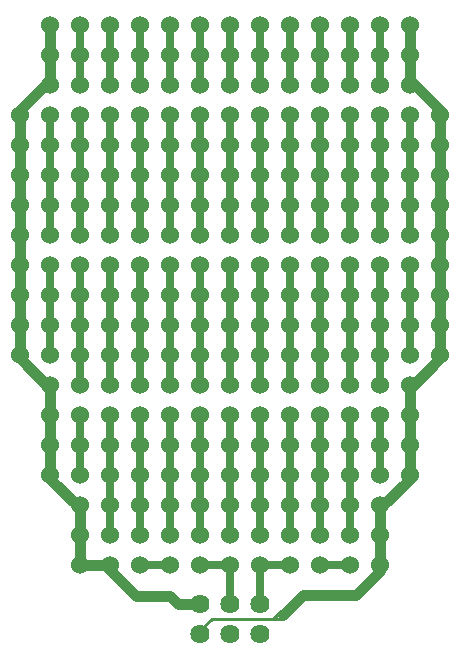
<source format=gbl>
G04*
G04 #@! TF.GenerationSoftware,Altium Limited,CircuitStudio,1.5.2 (30)*
G04*
G04 Layer_Physical_Order=2*
G04 Layer_Color=51200*
%FSLAX25Y25*%
%MOIN*%
G70*
G01*
G75*
%ADD10C,0.01000*%
%ADD11C,0.01200*%
%ADD12C,0.06000*%
%ADD13C,0.06400*%
%ADD14C,0.03600*%
%ADD15C,0.02600*%
D10*
X769000Y632000D02*
X792800D01*
X764500Y627500D02*
X769000Y632000D01*
D11*
X790050Y632150D02*
X792100Y634300D01*
D12*
X775000Y650000D02*
D03*
Y660000D02*
D03*
Y670000D02*
D03*
Y680000D02*
D03*
Y690000D02*
D03*
Y700000D02*
D03*
Y710000D02*
D03*
Y720000D02*
D03*
Y730000D02*
D03*
Y740000D02*
D03*
Y750000D02*
D03*
Y760000D02*
D03*
Y770000D02*
D03*
Y780000D02*
D03*
Y790000D02*
D03*
Y800000D02*
D03*
Y810000D02*
D03*
Y820000D02*
D03*
Y830000D02*
D03*
X765000D02*
D03*
Y820000D02*
D03*
Y810000D02*
D03*
Y800000D02*
D03*
Y790000D02*
D03*
Y780000D02*
D03*
Y770000D02*
D03*
Y760000D02*
D03*
Y750000D02*
D03*
Y740000D02*
D03*
Y730000D02*
D03*
Y720000D02*
D03*
Y710000D02*
D03*
Y700000D02*
D03*
Y690000D02*
D03*
Y680000D02*
D03*
Y670000D02*
D03*
Y660000D02*
D03*
Y650000D02*
D03*
X755000Y830000D02*
D03*
Y820000D02*
D03*
Y810000D02*
D03*
Y800000D02*
D03*
Y790000D02*
D03*
Y780000D02*
D03*
Y770000D02*
D03*
Y760000D02*
D03*
Y750000D02*
D03*
Y740000D02*
D03*
Y730000D02*
D03*
Y720000D02*
D03*
Y710000D02*
D03*
Y700000D02*
D03*
Y690000D02*
D03*
Y680000D02*
D03*
Y670000D02*
D03*
Y660000D02*
D03*
Y650000D02*
D03*
X745000Y830000D02*
D03*
Y820000D02*
D03*
Y810000D02*
D03*
Y800000D02*
D03*
Y790000D02*
D03*
Y780000D02*
D03*
Y770000D02*
D03*
Y760000D02*
D03*
Y750000D02*
D03*
Y740000D02*
D03*
Y730000D02*
D03*
Y720000D02*
D03*
Y710000D02*
D03*
Y700000D02*
D03*
Y690000D02*
D03*
Y680000D02*
D03*
Y670000D02*
D03*
Y660000D02*
D03*
Y650000D02*
D03*
X735000Y830000D02*
D03*
Y820000D02*
D03*
Y810000D02*
D03*
Y800000D02*
D03*
Y790000D02*
D03*
Y780000D02*
D03*
Y770000D02*
D03*
Y760000D02*
D03*
Y750000D02*
D03*
Y740000D02*
D03*
Y730000D02*
D03*
Y720000D02*
D03*
Y710000D02*
D03*
Y700000D02*
D03*
Y690000D02*
D03*
Y680000D02*
D03*
Y670000D02*
D03*
Y660000D02*
D03*
Y650000D02*
D03*
X725000Y830000D02*
D03*
Y820000D02*
D03*
Y810000D02*
D03*
Y800000D02*
D03*
Y790000D02*
D03*
Y780000D02*
D03*
Y770000D02*
D03*
Y760000D02*
D03*
Y750000D02*
D03*
Y740000D02*
D03*
Y730000D02*
D03*
Y720000D02*
D03*
Y710000D02*
D03*
Y700000D02*
D03*
Y690000D02*
D03*
Y680000D02*
D03*
Y670000D02*
D03*
Y660000D02*
D03*
Y650000D02*
D03*
X715000Y830000D02*
D03*
Y820000D02*
D03*
Y810000D02*
D03*
Y800000D02*
D03*
Y790000D02*
D03*
Y780000D02*
D03*
Y770000D02*
D03*
Y760000D02*
D03*
Y750000D02*
D03*
Y740000D02*
D03*
Y730000D02*
D03*
Y720000D02*
D03*
Y710000D02*
D03*
Y700000D02*
D03*
Y690000D02*
D03*
Y680000D02*
D03*
X705000Y780000D02*
D03*
Y770000D02*
D03*
Y760000D02*
D03*
Y750000D02*
D03*
Y740000D02*
D03*
Y730000D02*
D03*
Y790000D02*
D03*
X785000Y650000D02*
D03*
Y660000D02*
D03*
Y670000D02*
D03*
Y680000D02*
D03*
Y690000D02*
D03*
Y700000D02*
D03*
Y710000D02*
D03*
Y720000D02*
D03*
Y730000D02*
D03*
Y740000D02*
D03*
Y750000D02*
D03*
Y760000D02*
D03*
Y770000D02*
D03*
Y780000D02*
D03*
Y790000D02*
D03*
Y800000D02*
D03*
Y810000D02*
D03*
Y820000D02*
D03*
Y830000D02*
D03*
X795000Y650000D02*
D03*
Y660000D02*
D03*
Y670000D02*
D03*
Y680000D02*
D03*
Y690000D02*
D03*
Y700000D02*
D03*
Y710000D02*
D03*
Y720000D02*
D03*
Y730000D02*
D03*
Y740000D02*
D03*
Y750000D02*
D03*
Y760000D02*
D03*
Y770000D02*
D03*
Y780000D02*
D03*
Y790000D02*
D03*
Y800000D02*
D03*
Y810000D02*
D03*
Y820000D02*
D03*
Y830000D02*
D03*
X805000Y650000D02*
D03*
Y660000D02*
D03*
Y670000D02*
D03*
Y680000D02*
D03*
Y690000D02*
D03*
Y700000D02*
D03*
Y710000D02*
D03*
Y720000D02*
D03*
Y730000D02*
D03*
Y740000D02*
D03*
Y750000D02*
D03*
Y760000D02*
D03*
Y770000D02*
D03*
Y780000D02*
D03*
Y790000D02*
D03*
Y800000D02*
D03*
Y810000D02*
D03*
Y820000D02*
D03*
Y830000D02*
D03*
X815000Y650000D02*
D03*
Y660000D02*
D03*
Y670000D02*
D03*
Y680000D02*
D03*
Y690000D02*
D03*
Y700000D02*
D03*
Y710000D02*
D03*
Y720000D02*
D03*
Y730000D02*
D03*
Y740000D02*
D03*
Y750000D02*
D03*
Y760000D02*
D03*
Y770000D02*
D03*
Y780000D02*
D03*
Y790000D02*
D03*
Y800000D02*
D03*
Y810000D02*
D03*
Y820000D02*
D03*
Y830000D02*
D03*
X825000Y650000D02*
D03*
Y660000D02*
D03*
Y670000D02*
D03*
Y680000D02*
D03*
Y690000D02*
D03*
Y700000D02*
D03*
Y710000D02*
D03*
Y720000D02*
D03*
Y730000D02*
D03*
Y740000D02*
D03*
Y750000D02*
D03*
Y760000D02*
D03*
Y770000D02*
D03*
Y780000D02*
D03*
Y790000D02*
D03*
Y800000D02*
D03*
Y810000D02*
D03*
Y820000D02*
D03*
Y830000D02*
D03*
X835000D02*
D03*
Y820000D02*
D03*
Y810000D02*
D03*
Y800000D02*
D03*
Y790000D02*
D03*
Y780000D02*
D03*
Y770000D02*
D03*
Y760000D02*
D03*
Y750000D02*
D03*
Y740000D02*
D03*
Y730000D02*
D03*
Y720000D02*
D03*
Y710000D02*
D03*
Y700000D02*
D03*
Y690000D02*
D03*
Y680000D02*
D03*
X845000Y790000D02*
D03*
Y730000D02*
D03*
Y740000D02*
D03*
Y750000D02*
D03*
Y760000D02*
D03*
Y770000D02*
D03*
Y780000D02*
D03*
Y800000D02*
D03*
Y720000D02*
D03*
X705000D02*
D03*
Y800000D02*
D03*
D13*
X765100Y637000D02*
D03*
Y627000D02*
D03*
X775100D02*
D03*
X785100D02*
D03*
Y637000D02*
D03*
X775100D02*
D03*
D14*
X755000Y639700D02*
X757700Y637000D01*
X743700Y639700D02*
X755000D01*
X733400Y650000D02*
X743700Y639700D01*
X817100Y640000D02*
X825100Y648000D01*
X799500Y640000D02*
X817100D01*
X792700Y633200D02*
X799500Y640000D01*
X724900Y650000D02*
X733400D01*
X724900D02*
Y668800D01*
X757700Y637000D02*
X765000D01*
X715100Y678600D02*
X724900Y668800D01*
X715100Y678600D02*
Y708700D01*
X704900Y718900D02*
X715100Y708700D01*
X704900Y718900D02*
Y801600D01*
X715000Y811700D01*
Y830000D01*
X835000Y811700D02*
Y830000D01*
Y811700D02*
X845100Y801600D01*
Y718900D02*
Y801600D01*
X834900Y708700D02*
X845100Y718900D01*
X834900Y678600D02*
Y708700D01*
X825100Y668800D02*
X834900Y678600D01*
X825100Y648000D02*
Y668800D01*
D15*
X785000Y637000D02*
Y650000D01*
X775000Y637000D02*
Y650000D01*
X725000Y680000D02*
Y700000D01*
Y710000D02*
Y750000D01*
Y810000D02*
Y830000D01*
X755000Y710000D02*
Y750000D01*
Y810000D02*
Y830000D01*
X765000Y710000D02*
Y750000D01*
Y810000D02*
Y830000D01*
X795000Y710000D02*
Y750000D01*
Y810000D02*
Y830000D01*
X805000Y710000D02*
Y750000D01*
Y810000D02*
Y830000D01*
X725000Y760000D02*
Y800000D01*
X755000Y760000D02*
Y800000D01*
X765000Y760000D02*
Y800000D01*
X795000Y760000D02*
Y800000D01*
X805000Y760000D02*
Y800000D01*
X825000Y680000D02*
Y700000D01*
X735000Y710000D02*
Y750000D01*
Y810000D02*
Y830000D01*
X745000Y710000D02*
Y750000D01*
Y810000D02*
Y830000D01*
X775000Y710000D02*
Y750000D01*
X785000Y710000D02*
Y750000D01*
Y810000D02*
Y830000D01*
X775000Y810000D02*
Y830000D01*
X815000Y710000D02*
Y750000D01*
X825000Y710000D02*
Y750000D01*
Y810000D02*
Y830000D01*
X815000Y810000D02*
Y830000D01*
X735000Y760000D02*
Y800000D01*
X745000Y760000D02*
Y800000D01*
X775000Y760000D02*
Y800000D01*
X785000Y760000D02*
Y800000D01*
X815000Y760000D02*
Y800000D01*
X825000Y760000D02*
Y800000D01*
X735000Y660000D02*
Y700000D01*
X745000Y660000D02*
Y700000D01*
X755000Y660000D02*
Y700000D01*
X765000Y660000D02*
Y700000D01*
X775000Y660000D02*
Y700000D01*
X785000Y660000D02*
Y700000D01*
X795000Y660000D02*
Y700000D01*
X805000Y660000D02*
Y700000D01*
X815000Y660000D02*
Y700000D01*
X835000Y760000D02*
Y800000D01*
X715000Y760000D02*
Y800000D01*
Y720000D02*
Y750000D01*
X835000Y720000D02*
Y750000D01*
X805000Y650000D02*
X815000D01*
X785000D02*
X795000D01*
X765000D02*
X775000D01*
X745000D02*
X755000D01*
M02*

</source>
